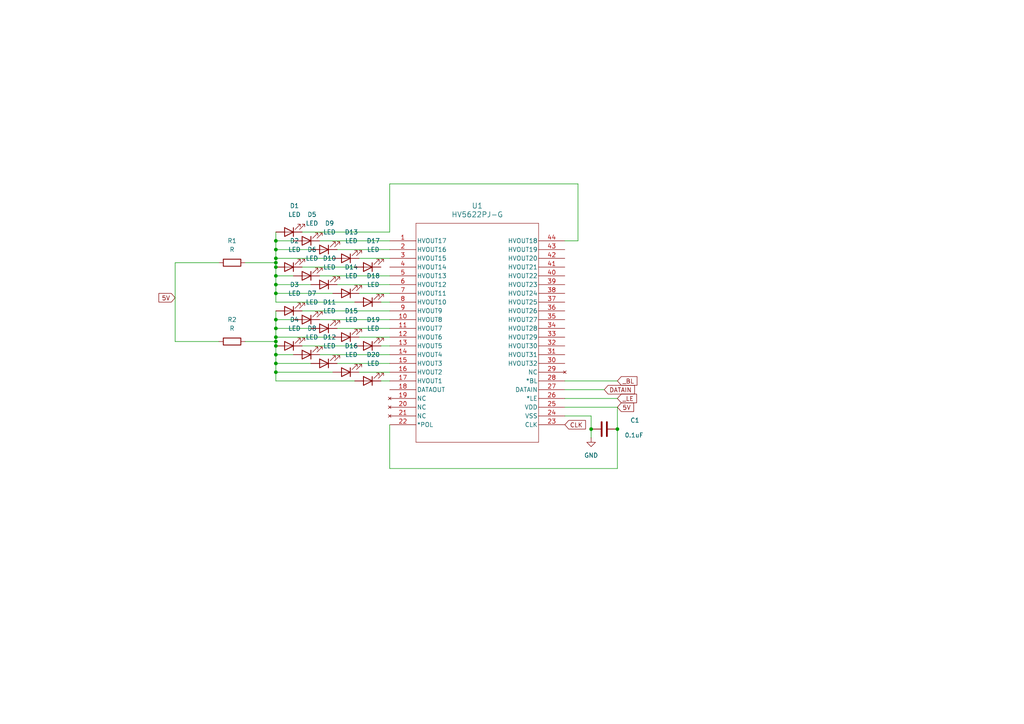
<source format=kicad_sch>
(kicad_sch (version 20231120) (generator "eeschema") (generator_version "8.0")
  (paper "A4")
  (lib_symbols
    (symbol "*5622:HV5622PJ-G" (pin_names (offset 0.254))
      (property "Reference" "U" (at 25.4 10.16 0))
      (property "Value" "HV5622PJ-G" (at 25.4 7.62 0))
      (symbol "HV5622PJ-G_0_1"
        (polyline (pts (xy 7.62 -58.42) (xy 43.18 -58.42)) (stroke (width 0.127)))
        (polyline (pts (xy 7.62 5.08) (xy 7.62 -58.42)) (stroke (width 0.127)))
        (polyline (pts (xy 43.18 -58.42) (xy 43.18 5.08)) (stroke (width 0.127)))
        (polyline (pts (xy 43.18 5.08) (xy 7.62 5.08)) (stroke (width 0.127)))
        (pin output line (at 0 0 0) (length 7.62) (name "HVOUT17") (number "1"))
        (pin output line (at 0 -22.86 0) (length 7.62) (name "HVOUT8") (number "10"))
        (pin output line (at 0 -25.4 0) (length 7.62) (name "HVOUT7") (number "11"))
        (pin output line (at 0 -27.94 0) (length 7.62) (name "HVOUT6") (number "12"))
        (pin output line (at 0 -30.48 0) (length 7.62) (name "HVOUT5") (number "13"))
        (pin output line (at 0 -33.02 0) (length 7.62) (name "HVOUT4") (number "14"))
        (pin output line (at 0 -35.56 0) (length 7.62) (name "HVOUT3") (number "15"))
        (pin output line (at 0 -38.1 0) (length 7.62) (name "HVOUT2") (number "16"))
        (pin output line (at 0 -40.64 0) (length 7.62) (name "HVOUT1") (number "17"))
        (pin output line (at 0 -43.18 0) (length 7.62) (name "DATAOUT") (number "18"))
        (pin no_connect line (at 0 -45.72 0) (length 7.62) (name "NC") (number "19"))
        (pin output line (at 0 -2.54 0) (length 7.62) (name "HVOUT16") (number "2"))
        (pin no_connect line (at 0 -48.26 0) (length 7.62) (name "NC") (number "20"))
        (pin no_connect line (at 0 -50.8 0) (length 7.62) (name "NC") (number "21"))
        (pin unspecified line (at 0 -53.34 0) (length 7.62) (name "*POL") (number "22"))
        (pin input line (at 50.8 -53.34 180) (length 7.62) (name "CLK") (number "23"))
        (pin power_in line (at 50.8 -50.8 180) (length 7.62) (name "VSS") (number "24"))
        (pin power_in line (at 50.8 -48.26 180) (length 7.62) (name "VDD") (number "25"))
        (pin input line (at 50.8 -45.72 180) (length 7.62) (name "*LE") (number "26"))
        (pin input line (at 50.8 -43.18 180) (length 7.62) (name "DATAIN") (number "27"))
        (pin unspecified line (at 50.8 -40.64 180) (length 7.62) (name "*BL") (number "28"))
        (pin no_connect line (at 50.8 -38.1 180) (length 7.62) (name "NC") (number "29"))
        (pin output line (at 0 -5.08 0) (length 7.62) (name "HVOUT15") (number "3"))
        (pin output line (at 50.8 -35.56 180) (length 7.62) (name "HVOUT32") (number "30"))
        (pin output line (at 50.8 -33.02 180) (length 7.62) (name "HVOUT31") (number "31"))
        (pin output line (at 50.8 -30.48 180) (length 7.62) (name "HVOUT30") (number "32"))
        (pin output line (at 50.8 -27.94 180) (length 7.62) (name "HVOUT29") (number "33"))
        (pin output line (at 50.8 -25.4 180) (length 7.62) (name "HVOUT28") (number "34"))
        (pin output line (at 50.8 -22.86 180) (length 7.62) (name "HVOUT27") (number "35"))
        (pin output line (at 50.8 -20.32 180) (length 7.62) (name "HVOUT26") (number "36"))
        (pin output line (at 50.8 -17.78 180) (length 7.62) (name "HVOUT25") (number "37"))
        (pin output line (at 50.8 -15.24 180) (length 7.62) (name "HVOUT24") (number "38"))
        (pin output line (at 50.8 -12.7 180) (length 7.62) (name "HVOUT23") (number "39"))
        (pin output line (at 0 -7.62 0) (length 7.62) (name "HVOUT14") (number "4"))
        (pin output line (at 50.8 -10.16 180) (length 7.62) (name "HVOUT22") (number "40"))
        (pin output line (at 50.8 -7.62 180) (length 7.62) (name "HVOUT21") (number "41"))
        (pin output line (at 50.8 -5.08 180) (length 7.62) (name "HVOUT20") (number "42"))
        (pin output line (at 50.8 -2.54 180) (length 7.62) (name "HVOUT19") (number "43"))
        (pin output line (at 50.8 0 180) (length 7.62) (name "HVOUT18") (number "44"))
        (pin output line (at 0 -10.16 0) (length 7.62) (name "HVOUT13") (number "5"))
        (pin output line (at 0 -12.7 0) (length 7.62) (name "HVOUT12") (number "6"))
        (pin output line (at 0 -15.24 0) (length 7.62) (name "HVOUT11") (number "7"))
        (pin output line (at 0 -17.78 0) (length 7.62) (name "HVOUT10") (number "8"))
        (pin output line (at 0 -20.32 0) (length 7.62) (name "HVOUT9") (number "9"))
      )
    )
    (symbol "Device:LED" (pin_numbers hide) (pin_names (offset 1.016) hide)
      (property "Reference" "D" (at 0 2.54 0))
      (property "Value" "LED" (at 0 -2.54 0))
      (symbol "LED_0_1"
        (polyline (pts (xy -1.27 -1.27) (xy -1.27 1.27)) (stroke (width 0.254)))
        (polyline (pts (xy -1.27 0) (xy 1.27 0)))
        (polyline (pts (xy 1.27 -1.27) (xy 1.27 1.27) (xy -1.27 0) (xy 1.27 -1.27)) (stroke (width 0.254)))
        (polyline (pts (xy -3.048 -0.762) (xy -4.572 -2.286) (xy -3.81 -2.286) (xy -4.572 -2.286) (xy -4.572 -1.524)))
        (polyline (pts (xy -1.778 -0.762) (xy -3.302 -2.286) (xy -2.54 -2.286) (xy -3.302 -2.286) (xy -3.302 -1.524)))
      )
      (symbol "LED_1_1"
        (pin passive line (at -3.81 0 0) (length 2.54) (name "K") (number "1"))
        (pin passive line (at 3.81 0 180) (length 2.54) (name "A") (number "2"))
      )
    )
    (symbol "Device:R" (pin_numbers hide) (pin_names (offset 0))
      (property "Reference" "R" (at 2.032 0 90))
      (property "Value" "R" (at 0 0 90))
      (symbol "R_0_1"
        (rectangle (start -1.016 -2.54) (end 1.016 2.54) (stroke (width 0.254)))
      )
      (symbol "R_1_1"
        (pin passive line (at 0 3.81 270) (length 1.27) (name "~") (number "1"))
        (pin passive line (at 0 -3.81 90) (length 1.27) (name "~") (number "2"))
      )
    )
    (symbol "PCM_Capacitor_AKL:C_0805" (pin_numbers hide) (pin_names (offset 0.254))
      (property "Reference" "C" (at 0.635 2.54 0))
      (property "Value" "C_0805" (at 0.635 -2.54 0))
      (symbol "C_0805_0_1"
        (polyline (pts (xy -2.032 -0.762) (xy 2.032 -0.762)) (stroke (width 0.508)))
        (polyline (pts (xy -2.032 0.762) (xy 2.032 0.762)) (stroke (width 0.508)))
      )
      (symbol "C_0805_0_2"
        (polyline (pts (xy -2.54 -2.54) (xy -0.381 -0.381)))
        (polyline (pts (xy -0.508 -0.508) (xy -1.651 0.635)) (stroke (width 0.508)))
        (polyline (pts (xy -0.508 -0.508) (xy 0.635 -1.651)) (stroke (width 0.508)))
        (polyline (pts (xy 0.381 0.381) (xy 2.54 2.54)))
        (polyline (pts (xy 0.508 0.508) (xy -0.635 1.651)) (stroke (width 0.508)))
        (polyline (pts (xy 0.508 0.508) (xy 1.651 -0.635)) (stroke (width 0.508)))
      )
      (symbol "C_0805_1_1"
        (pin passive line (at 0 3.81 270) (length 2.794) (name "~") (number "1"))
        (pin passive line (at 0 -3.81 90) (length 2.794) (name "~") (number "2"))
      )
      (symbol "C_0805_1_2"
        (pin passive line (at 2.54 2.54 270) (length 0) (name "~") (number "1"))
        (pin passive line (at -2.54 -2.54 90) (length 0) (name "~") (number "2"))
      )
    )
    (symbol "power:GND" (power) (pin_numbers hide) (pin_names (offset 0) hide)
      (property "Value" "GND" (at 0 -3.81 0))
      (symbol "GND_0_1"
        (polyline (pts (xy 0 0) (xy 0 -1.27) (xy 1.27 -1.27) (xy 0 -2.54) (xy -1.27 -1.27) (xy 0 -1.27)))
      )
      (symbol "GND_1_1"
        (pin power_in line (at 0 0 270) (length 0) (name "~") (number "1"))
      )
    )
  )
  (junction (at 80.01 95.25))
  (junction (at 80.01 100.33))
  (junction (at 80.01 72.39))
  (junction (at 80.01 105.41))
  (junction (at 80.01 99.06))
  (junction (at 80.01 77.47))
  (junction (at 80.01 74.93))
  (junction (at 179.07 124.46))
  (junction (at 80.01 76.2))
  (junction (at 80.01 97.79))
  (junction (at 80.01 92.71))
  (junction (at 80.01 102.87))
  (junction (at 80.01 82.55))
  (junction (at 80.01 80.01))
  (junction (at 171.45 124.46))
  (junction (at 80.01 85.09))
  (junction (at 80.01 107.95))
  (junction (at 80.01 69.85))
  (wire (pts (xy 113.03 102.87) (xy 92.71 102.87)))
  (wire (pts (xy 179.07 135.89) (xy 179.07 124.46)))
  (wire (pts (xy 71.12 76.2) (xy 80.01 76.2)))
  (wire (pts (xy 113.03 105.41) (xy 97.79 105.41)))
  (wire (pts (xy 113.03 80.01) (xy 92.71 80.01)))
  (wire (pts (xy 50.8 76.2) (xy 63.5 76.2)))
  (wire (pts (xy 113.03 95.25) (xy 97.79 95.25)))
  (wire (pts (xy 90.17 105.41) (xy 80.01 105.41)))
  (wire (pts (xy 171.45 124.46) (xy 171.45 127)))
  (wire (pts (xy 113.03 92.71) (xy 92.71 92.71)))
  (wire (pts (xy 96.52 107.95) (xy 80.01 107.95)))
  (wire (pts (xy 96.52 85.09) (xy 80.01 85.09)))
  (wire (pts (xy 80.01 102.87) (xy 80.01 100.33)))
  (wire (pts (xy 113.03 74.93) (xy 104.14 74.93)))
  (wire (pts (xy 85.09 102.87) (xy 80.01 102.87)))
  (wire (pts (xy 179.07 124.46) (xy 179.07 118.11)))
  (wire (pts (xy 113.03 69.85) (xy 92.71 69.85)))
  (wire (pts (xy 113.03 97.79) (xy 104.14 97.79)))
  (wire (pts (xy 71.12 99.06) (xy 80.01 99.06)))
  (wire (pts (xy 87.63 100.33) (xy 102.87 100.33)))
  (wire (pts (xy 80.01 85.09) (xy 80.01 82.55)))
  (wire (pts (xy 80.01 69.85) (xy 80.01 72.39)))
  (wire (pts (xy 175.26 113.03) (xy 163.83 113.03)))
  (wire (pts (xy 167.64 69.85) (xy 163.83 69.85)))
  (wire (pts (xy 80.01 67.31) (xy 80.01 69.85)))
  (wire (pts (xy 90.17 72.39) (xy 80.01 72.39)))
  (wire (pts (xy 102.87 110.49) (xy 80.01 110.49)))
  (wire (pts (xy 80.01 90.17) (xy 80.01 92.71)))
  (wire (pts (xy 80.01 97.79) (xy 80.01 99.06)))
  (wire (pts (xy 87.63 67.31) (xy 113.03 67.31)))
  (wire (pts (xy 163.83 120.65) (xy 171.45 120.65)))
  (wire (pts (xy 113.03 110.49) (xy 110.49 110.49)))
  (wire (pts (xy 80.01 80.01) (xy 80.01 77.47)))
  (wire (pts (xy 113.03 85.09) (xy 104.14 85.09)))
  (wire (pts (xy 85.09 80.01) (xy 80.01 80.01)))
  (wire (pts (xy 80.01 72.39) (xy 80.01 74.93)))
  (wire (pts (xy 80.01 105.41) (xy 80.01 102.87)))
  (wire (pts (xy 113.03 72.39) (xy 97.79 72.39)))
  (wire (pts (xy 87.63 77.47) (xy 102.87 77.47)))
  (wire (pts (xy 179.07 118.11) (xy 163.83 118.11)))
  (wire (pts (xy 113.03 82.55) (xy 97.79 82.55)))
  (wire (pts (xy 90.17 82.55) (xy 80.01 82.55)))
  (wire (pts (xy 113.03 87.63) (xy 110.49 87.63)))
  (wire (pts (xy 90.17 95.25) (xy 80.01 95.25)))
  (wire (pts (xy 80.01 110.49) (xy 80.01 107.95)))
  (wire (pts (xy 96.52 74.93) (xy 80.01 74.93)))
  (wire (pts (xy 163.83 110.49) (xy 179.07 110.49)))
  (wire (pts (xy 96.52 97.79) (xy 80.01 97.79)))
  (wire (pts (xy 113.03 107.95) (xy 104.14 107.95)))
  (wire (pts (xy 80.01 87.63) (xy 80.01 85.09)))
  (wire (pts (xy 85.09 92.71) (xy 80.01 92.71)))
  (wire (pts (xy 113.03 67.31) (xy 113.03 53.34)))
  (wire (pts (xy 85.09 69.85) (xy 80.01 69.85)))
  (wire (pts (xy 171.45 120.65) (xy 171.45 124.46)))
  (wire (pts (xy 63.5 99.06) (xy 50.8 99.06)))
  (wire (pts (xy 179.07 115.57) (xy 163.83 115.57)))
  (wire (pts (xy 167.64 53.34) (xy 167.64 69.85)))
  (wire (pts (xy 80.01 107.95) (xy 80.01 105.41)))
  (wire (pts (xy 102.87 87.63) (xy 80.01 87.63)))
  (wire (pts (xy 110.49 100.33) (xy 113.03 100.33)))
  (wire (pts (xy 80.01 92.71) (xy 80.01 95.25)))
  (wire (pts (xy 113.03 53.34) (xy 167.64 53.34)))
  (wire (pts (xy 113.03 123.19) (xy 113.03 135.89)))
  (wire (pts (xy 80.01 99.06) (xy 80.01 100.33)))
  (wire (pts (xy 80.01 95.25) (xy 80.01 97.79)))
  (wire (pts (xy 113.03 135.89) (xy 179.07 135.89)))
  (wire (pts (xy 80.01 74.93) (xy 80.01 76.2)))
  (wire (pts (xy 50.8 99.06) (xy 50.8 76.2)))
  (wire (pts (xy 80.01 76.2) (xy 80.01 77.47)))
  (wire (pts (xy 80.01 82.55) (xy 80.01 80.01)))
  (wire (pts (xy 87.63 90.17) (xy 113.03 90.17)))
  (global_label "DATAIN" (shape input) (at 175.26 113.03 0) (property "Intersheetrefs" "${INTERSHEET_REFS}" (effects (hide yes))))
  (global_label "5V" (shape input) (at 179.07 118.11 0) (property "Intersheetrefs" "${INTERSHEET_REFS}" (effects (hide yes))))
  (global_label "5V" (shape input) (at 50.8 86.36 180) (property "Intersheetrefs" "${INTERSHEET_REFS}" (effects (hide yes))))
  (global_label "_BL" (shape input) (at 179.07 110.49 0) (property "Intersheetrefs" "${INTERSHEET_REFS}" (effects (hide yes))))
  (global_label "CLK" (shape input) (at 163.83 123.19 0) (property "Intersheetrefs" "${INTERSHEET_REFS}" (effects (hide yes))))
  (global_label "_LE" (shape input) (at 179.07 115.57 0) (property "Intersheetrefs" "${INTERSHEET_REFS}" (effects (hide yes))))
  (symbol (lib_id "Device:LED") (at 83.82 67.31 180) (unit 1)
    (property "Reference" "D1" (at 85.4075 59.69 0))
    (property "Value" "LED" (at 85.4075 62.23 0))
    (property "Footprint" "LED_THT:LED_D5.0mm_Clear" (effects (hide yes)))
    (property "Description" "Light emitting diode" (effects (hide yes)))
  )
  (symbol (lib_id "Device:R") (at 67.31 76.2 90) (unit 1)
    (property "Reference" "R1" (at 67.31 69.85 90))
    (property "Value" "R" (at 67.31 72.39 90))
    (property "Footprint" "PCM_Resistor_THT_US_AKL:R_Axial_DIN0309_L9.0mm_D3.2mm_P12.70mm_Horizontal" (effects (hide yes)))
    (property "Description" "Resistor" (effects (hide yes)))
  )
  (symbol (lib_id "Device:LED") (at 106.68 100.33 180) (unit 1)
    (property "Reference" "D19" (at 108.2675 92.71 0))
    (property "Value" "LED" (at 108.2675 95.25 0))
    (property "Footprint" "LED_THT:LED_D5.0mm_Clear" (effects (hide yes)))
    (property "Description" "Light emitting diode" (effects (hide yes)))
  )
  (symbol (lib_id "Device:LED") (at 93.98 95.25 180) (unit 1)
    (property "Reference" "D11" (at 95.5675 87.63 0))
    (property "Value" "LED" (at 95.5675 90.17 0))
    (property "Footprint" "LED_THT:LED_D5.0mm_Clear" (effects (hide yes)))
    (property "Description" "Light emitting diode" (effects (hide yes)))
  )
  (symbol (lib_id "Device:LED") (at 93.98 72.39 180) (unit 1)
    (property "Reference" "D9" (at 95.5675 64.77 0))
    (property "Value" "LED" (at 95.5675 67.31 0))
    (property "Footprint" "LED_THT:LED_D5.0mm_Clear" (effects (hide yes)))
    (property "Description" "Light emitting diode" (effects (hide yes)))
  )
  (symbol (lib_id "Device:LED") (at 83.82 90.17 180) (unit 1)
    (property "Reference" "D3" (at 85.4075 82.55 0))
    (property "Value" "LED" (at 85.4075 85.09 0))
    (property "Footprint" "LED_THT:LED_D5.0mm_Clear" (effects (hide yes)))
    (property "Description" "Light emitting diode" (effects (hide yes)))
  )
  (symbol (lib_id "Device:LED") (at 88.9 69.85 180) (unit 1)
    (property "Reference" "D5" (at 90.4875 62.23 0))
    (property "Value" "LED" (at 90.4875 64.77 0))
    (property "Footprint" "LED_THT:LED_D5.0mm_Clear" (effects (hide yes)))
    (property "Description" "Light emitting diode" (effects (hide yes)))
  )
  (symbol (lib_id "Device:LED") (at 93.98 82.55 180) (unit 1)
    (property "Reference" "D10" (at 95.5675 74.93 0))
    (property "Value" "LED" (at 95.5675 77.47 0))
    (property "Footprint" "LED_THT:LED_D5.0mm_Clear" (effects (hide yes)))
    (property "Description" "Light emitting diode" (effects (hide yes)))
  )
  (symbol (lib_id "Device:LED") (at 106.68 110.49 180) (unit 1)
    (property "Reference" "D20" (at 108.2675 102.87 0))
    (property "Value" "LED" (at 108.2675 105.41 0))
    (property "Footprint" "LED_THT:LED_D5.0mm_Clear" (effects (hide yes)))
    (property "Description" "Light emitting diode" (effects (hide yes)))
  )
  (symbol (lib_id "Device:LED") (at 83.82 77.47 180) (unit 1)
    (property "Reference" "D2" (at 85.4075 69.85 0))
    (property "Value" "LED" (at 85.4075 72.39 0))
    (property "Footprint" "LED_THT:LED_D5.0mm_Clear" (effects (hide yes)))
    (property "Description" "Light emitting diode" (effects (hide yes)))
  )
  (symbol (lib_id "Device:LED") (at 93.98 105.41 180) (unit 1)
    (property "Reference" "D12" (at 95.5675 97.79 0))
    (property "Value" "LED" (at 95.5675 100.33 0))
    (property "Footprint" "LED_THT:LED_D5.0mm_Clear" (effects (hide yes)))
    (property "Description" "Light emitting diode" (effects (hide yes)))
  )
  (symbol (lib_id "PCM_Capacitor_AKL:C_0805") (at 175.26 124.46 90) (unit 1)
    (property "Reference" "C1" (at 184.15 121.92 90))
    (property "Value" "0.1uF" (at 183.896 126.238 90))
    (property "Footprint" "PCM_Capacitor_SMD_AKL:C_0805_2012Metric" (effects (hide yes)))
    (property "Description" "SMD 0805 MLCC capacitor, Alternate KiCad Library" (effects (hide yes)))
  )
  (symbol (lib_id "Device:LED") (at 106.68 87.63 180) (unit 1)
    (property "Reference" "D18" (at 108.2675 80.01 0))
    (property "Value" "LED" (at 108.2675 82.55 0))
    (property "Footprint" "LED_THT:LED_D5.0mm_Clear" (effects (hide yes)))
    (property "Description" "Light emitting diode" (effects (hide yes)))
  )
  (symbol (lib_id "Device:LED") (at 100.33 85.09 180) (unit 1)
    (property "Reference" "D14" (at 101.9175 77.47 0))
    (property "Value" "LED" (at 101.9175 80.01 0))
    (property "Footprint" "LED_THT:LED_D5.0mm_Clear" (effects (hide yes)))
    (property "Description" "Light emitting diode" (effects (hide yes)))
  )
  (symbol (lib_id "Device:LED") (at 100.33 74.93 180) (unit 1)
    (property "Reference" "D13" (at 101.9175 67.31 0))
    (property "Value" "LED" (at 101.9175 69.85 0))
    (property "Footprint" "LED_THT:LED_D5.0mm_Clear" (effects (hide yes)))
    (property "Description" "Light emitting diode" (effects (hide yes)))
  )
  (symbol (lib_id "Device:LED") (at 88.9 102.87 180) (unit 1)
    (property "Reference" "D8" (at 90.4875 95.25 0))
    (property "Value" "LED" (at 90.4875 97.79 0))
    (property "Footprint" "LED_THT:LED_D5.0mm_Clear" (effects (hide yes)))
    (property "Description" "Light emitting diode" (effects (hide yes)))
  )
  (symbol (lib_id "Device:LED") (at 100.33 97.79 180) (unit 1)
    (property "Reference" "D15" (at 101.9175 90.17 0))
    (property "Value" "LED" (at 101.9175 92.71 0))
    (property "Footprint" "LED_THT:LED_D5.0mm_Clear" (effects (hide yes)))
    (property "Description" "Light emitting diode" (effects (hide yes)))
  )
  (symbol (lib_id "Device:R") (at 67.31 99.06 90) (unit 1)
    (property "Reference" "R2" (at 67.31 92.71 90))
    (property "Value" "R" (at 67.31 95.25 90))
    (property "Footprint" "PCM_Resistor_THT_US_AKL:R_Axial_DIN0309_L9.0mm_D3.2mm_P12.70mm_Horizontal" (effects (hide yes)))
    (property "Description" "Resistor" (effects (hide yes)))
  )
  (symbol (lib_id "Device:LED") (at 106.68 77.47 180) (unit 1)
    (property "Reference" "D17" (at 108.2675 69.85 0))
    (property "Value" "LED" (at 108.2675 72.39 0))
    (property "Footprint" "LED_THT:LED_D5.0mm_Clear" (effects (hide yes)))
    (property "Description" "Light emitting diode" (effects (hide yes)))
  )
  (symbol (lib_id "power:GND") (at 171.45 127 0) (unit 1)
    (property "Reference" "#PWR01" (effects (hide yes)))
    (property "Value" "GND" (at 171.45 132.08 0))
    (property "Description" "Power symbol creates a global label with name \"GND\" , ground" (effects (hide yes)))
  )
  (symbol (lib_id "Device:LED") (at 83.82 100.33 180) (unit 1)
    (property "Reference" "D4" (at 85.4075 92.71 0))
    (property "Value" "LED" (at 85.4075 95.25 0))
    (property "Footprint" "LED_THT:LED_D5.0mm_Clear" (effects (hide yes)))
    (property "Description" "Light emitting diode" (effects (hide yes)))
  )
  (symbol (lib_id "Device:LED") (at 88.9 92.71 180) (unit 1)
    (property "Reference" "D7" (at 90.4875 85.09 0))
    (property "Value" "LED" (at 90.4875 87.63 0))
    (property "Footprint" "LED_THT:LED_D5.0mm_Clear" (effects (hide yes)))
    (property "Description" "Light emitting diode" (effects (hide yes)))
  )
  (symbol (lib_id "Device:LED") (at 100.33 107.95 180) (unit 1)
    (property "Reference" "D16" (at 101.9175 100.33 0))
    (property "Value" "LED" (at 101.9175 102.87 0))
    (property "Footprint" "LED_THT:LED_D5.0mm_Clear" (effects (hide yes)))
    (property "Description" "Light emitting diode" (effects (hide yes)))
  )
  (symbol (lib_id "Device:LED") (at 88.9 80.01 180) (unit 1)
    (property "Reference" "D6" (at 90.4875 72.39 0))
    (property "Value" "LED" (at 90.4875 74.93 0))
    (property "Footprint" "LED_THT:LED_D5.0mm_Clear" (effects (hide yes)))
    (property "Description" "Light emitting diode" (effects (hide yes)))
  )
  (symbol (lib_id "*5622:HV5622PJ-G") (at 113.03 69.85 0) (unit 1)
    (property "Reference" "U1" (at 138.43 59.69 0) (effects (font (size 1.524 1.524))))
    (property "Value" "HV5622PJ-G" (at 138.43 62.23 0) (effects (font (size 1.524 1.524))))
    (property "Footprint" "*HV5622PJ_Custom:PLCC44_MC_MCH" (effects (hide yes)))
    (property "Datasheet" "HV5622PJ-G" (effects (hide yes)))
  )
)
</source>
